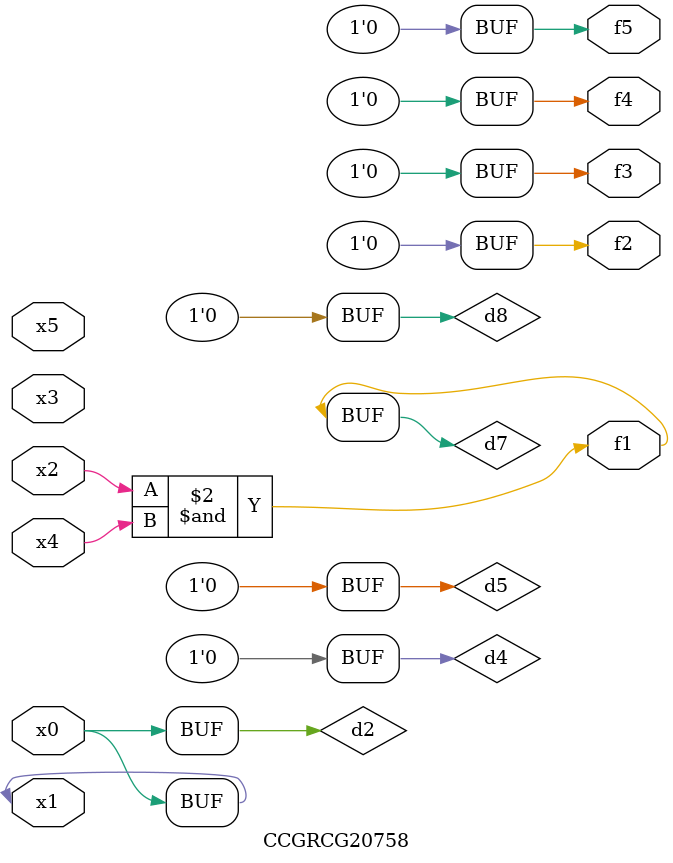
<source format=v>
module CCGRCG20758(
	input x0, x1, x2, x3, x4, x5,
	output f1, f2, f3, f4, f5
);

	wire d1, d2, d3, d4, d5, d6, d7, d8, d9;

	nand (d1, x1);
	buf (d2, x0, x1);
	nand (d3, x2, x4);
	and (d4, d1, d2);
	and (d5, d1, d2);
	nand (d6, d1, d3);
	not (d7, d3);
	xor (d8, d5);
	nor (d9, d5, d6);
	assign f1 = d7;
	assign f2 = d8;
	assign f3 = d8;
	assign f4 = d8;
	assign f5 = d8;
endmodule

</source>
